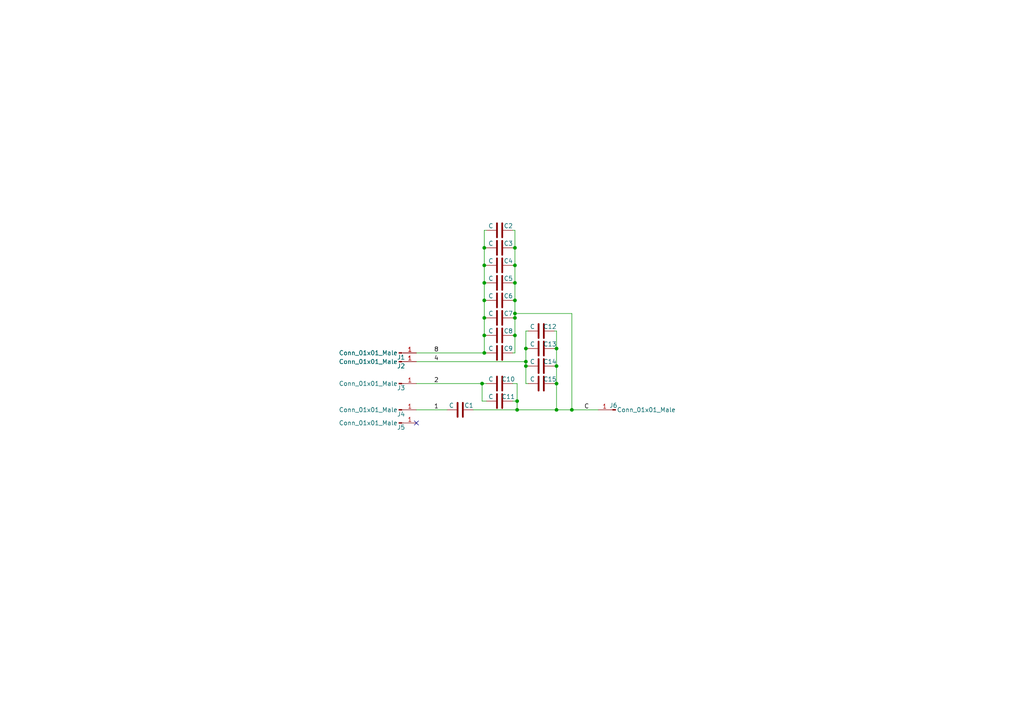
<source format=kicad_sch>
(kicad_sch (version 20230121) (generator eeschema)
  (paper "A4")
  (title_block (title "Capacitor Decadebox") (date "2023-03-10") (rev "1"))
  (lib_symbols
    (symbol "Connector:Conn_01x01_Male" (pin_names (offset 1.016) hide)
      (property "Reference" "J" (at 0 2.54 0))
      (property "Value" "Conn_01x01_Male" (at 0 -2.54 0))
      (symbol "Conn_01x01_Male_1_1"
        (polyline (pts (xy 1.27 0) (xy 0.8636 0)) (stroke (width 0.1524)))
        (rectangle (start 0.8636 0.127) (end 0 -0.127) (stroke (width 0.1524)) (fill (type outline)))
        (pin passive line (at 5.08 0 180) (length 3.81) (name "Pin_1") (number "1"))
      )
    )
    (symbol "Device:C" (pin_numbers hide) (pin_names (offset 0.254))
      (property "Reference" "C" (at 0.635 2.54 0))
      (property "Value" "C" (at 0.635 -2.54 0))
      (symbol "C_0_1"
        (polyline (pts (xy -2.032 -0.762) (xy 2.032 -0.762)) (stroke (width 0.508)))
        (polyline (pts (xy -2.032 0.762) (xy 2.032 0.762)) (stroke (width 0.508)))
      )
      (symbol "C_1_1"
        (pin passive line (at 0 3.81 270) (length 2.794) (name "~") (number "1"))
        (pin passive line (at 0 -3.81 90) (length 2.794) (name "~") (number "2"))
      )
    )
  )
  (junction (at 140.462 76.962))
  (junction (at 140.462 97.282))
  (junction (at 161.417 106.172))
  (junction (at 149.352 87.122))
  (junction (at 152.527 106.172))
  (junction (at 149.352 97.282))
  (junction (at 149.352 92.202))
  (junction (at 152.527 104.902))
  (junction (at 139.827 111.252))
  (junction (at 161.417 118.872))
  (junction (at 140.462 87.122))
  (junction (at 140.462 71.882))
  (junction (at 140.462 82.042))
  (junction (at 140.462 102.362))
  (junction (at 140.462 92.202))
  (junction (at 165.862 118.872))
  (junction (at 149.987 116.332))
  (junction (at 149.352 90.932))
  (junction (at 149.987 118.872))
  (junction (at 161.417 101.092))
  (junction (at 161.417 111.252))
  (junction (at 149.352 71.882))
  (junction (at 152.527 101.092))
  (junction (at 149.352 76.962))
  (junction (at 149.352 82.042))
  (no_connect (at 120.777 122.682))
  (wire (pts (xy 149.352 87.122) (xy 149.352 82.042)))
  (wire (pts (xy 152.527 96.012) (xy 152.527 101.092)))
  (wire (pts (xy 141.097 71.882) (xy 140.462 71.882)))
  (wire (pts (xy 161.417 106.172) (xy 161.417 111.252)))
  (wire (pts (xy 139.827 116.332) (xy 139.827 111.252)))
  (wire (pts (xy 140.462 66.802) (xy 140.462 71.882)))
  (wire (pts (xy 149.352 92.202) (xy 149.352 90.932)))
  (wire (pts (xy 148.717 97.282) (xy 149.352 97.282)))
  (wire (pts (xy 149.352 102.362) (xy 149.352 97.282)))
  (wire (pts (xy 148.717 87.122) (xy 149.352 87.122)))
  (wire (pts (xy 148.717 71.882) (xy 149.352 71.882)))
  (wire (pts (xy 140.462 97.282) (xy 140.462 102.362)))
  (wire (pts (xy 139.827 116.332) (xy 141.097 116.332)))
  (wire (pts (xy 149.352 76.962) (xy 149.352 71.882)))
  (wire (pts (xy 141.097 97.282) (xy 140.462 97.282)))
  (wire (pts (xy 148.717 116.332) (xy 149.987 116.332)))
  (wire (pts (xy 137.287 118.872) (xy 149.987 118.872)))
  (wire (pts (xy 161.417 118.872) (xy 165.862 118.872)))
  (wire (pts (xy 148.717 82.042) (xy 149.352 82.042)))
  (wire (pts (xy 149.352 66.802) (xy 148.717 66.802)))
  (wire (pts (xy 152.527 101.092) (xy 152.527 104.902)))
  (wire (pts (xy 140.462 87.122) (xy 140.462 92.202)))
  (wire (pts (xy 165.862 118.872) (xy 165.862 90.932)))
  (wire (pts (xy 140.462 92.202) (xy 140.462 97.282)))
  (wire (pts (xy 160.782 106.172) (xy 161.417 106.172)))
  (wire (pts (xy 149.352 90.932) (xy 149.352 87.122)))
  (wire (pts (xy 120.777 111.252) (xy 139.827 111.252)))
  (wire (pts (xy 140.462 76.962) (xy 140.462 82.042)))
  (wire (pts (xy 153.162 96.012) (xy 152.527 96.012)))
  (wire (pts (xy 149.352 97.282) (xy 149.352 92.202)))
  (wire (pts (xy 141.097 66.802) (xy 140.462 66.802)))
  (wire (pts (xy 149.987 118.872) (xy 161.417 118.872)))
  (wire (pts (xy 149.987 116.332) (xy 149.987 118.872)))
  (wire (pts (xy 141.097 76.962) (xy 140.462 76.962)))
  (wire (pts (xy 152.527 106.172) (xy 152.527 111.252)))
  (wire (pts (xy 148.717 102.362) (xy 149.352 102.362)))
  (wire (pts (xy 141.097 82.042) (xy 140.462 82.042)))
  (wire (pts (xy 152.527 104.902) (xy 152.527 106.172)))
  (wire (pts (xy 161.417 101.092) (xy 161.417 106.172)))
  (wire (pts (xy 148.717 111.252) (xy 149.987 111.252)))
  (wire (pts (xy 148.717 92.202) (xy 149.352 92.202)))
  (wire (pts (xy 140.462 102.362) (xy 141.097 102.362)))
  (wire (pts (xy 160.782 96.012) (xy 161.417 96.012)))
  (wire (pts (xy 148.717 76.962) (xy 149.352 76.962)))
  (wire (pts (xy 161.417 111.252) (xy 161.417 118.872)))
  (wire (pts (xy 149.352 82.042) (xy 149.352 76.962)))
  (wire (pts (xy 141.097 87.122) (xy 140.462 87.122)))
  (wire (pts (xy 160.782 111.252) (xy 161.417 111.252)))
  (wire (pts (xy 152.527 101.092) (xy 153.162 101.092)))
  (wire (pts (xy 165.862 90.932) (xy 149.352 90.932)))
  (wire (pts (xy 140.462 82.042) (xy 140.462 87.122)))
  (wire (pts (xy 140.462 71.882) (xy 140.462 76.962)))
  (wire (pts (xy 120.777 104.902) (xy 152.527 104.902)))
  (wire (pts (xy 165.862 118.872) (xy 173.482 118.872)))
  (wire (pts (xy 160.782 101.092) (xy 161.417 101.092)))
  (wire (pts (xy 152.527 111.252) (xy 153.162 111.252)))
  (wire (pts (xy 120.777 102.362) (xy 140.462 102.362)))
  (wire (pts (xy 149.352 71.882) (xy 149.352 66.802)))
  (wire (pts (xy 120.777 118.872) (xy 129.667 118.872)))
  (wire (pts (xy 141.097 92.202) (xy 140.462 92.202)))
  (wire (pts (xy 161.417 96.012) (xy 161.417 101.092)))
  (wire (pts (xy 152.527 106.172) (xy 153.162 106.172)))
  (wire (pts (xy 141.097 111.252) (xy 139.827 111.252)))
  (wire (pts (xy 149.987 111.252) (xy 149.987 116.332)))
  (label "2" (at 125.857 111.252 0))
  (label "8" (at 125.857 102.362 0))
  (label "1" (at 125.857 118.872 0))
  (label "4" (at 125.857 104.902 0))
  (label "C" (at 169.418 118.872 0))
  (symbol (lib_id "Device:C") (at 156.972 111.252 90) (unit 1)
    (property "Reference" "C15" (at 159.512 109.982 90))
    (property "Value" "C" (at 154.432 109.982 90))
  )
  (symbol (lib_id "Device:C") (at 156.972 96.012 90) (unit 1)
    (property "Reference" "C12" (at 159.512 94.742 90))
    (property "Value" "C" (at 154.432 94.742 90))
  )
  (symbol (lib_id "Device:C") (at 144.907 102.362 90) (unit 1)
    (property "Reference" "C9" (at 147.447 101.092 90))
    (property "Value" "C" (at 142.367 101.092 90))
  )
  (symbol (lib_id "Device:C") (at 144.907 111.252 90) (unit 1)
    (property "Reference" "C10" (at 147.447 109.982 90))
    (property "Value" "C" (at 142.367 109.982 90))
  )
  (symbol (lib_id "Connector:Conn_01x01_Male") (at 178.562 118.872 180) (unit 1)
    (property "Reference" "J6" (at 177.927 117.602 0))
    (property "Value" "Conn_01x01_Male" (at 187.452 118.872 0))
    (property "Footprint" "Connector_PinHeader_2.54mm:PinHeader_1x01_P2.54mm_Vertical" (effects hide))
  )
  (symbol (lib_id "Connector:Conn_01x01_Male") (at 115.697 102.362 0) (unit 1)
    (property "Reference" "J1" (at 116.332 103.632 0))
    (property "Value" "Conn_01x01_Male" (at 106.807 102.362 0))
    (property "Footprint" "Connector_PinHeader_2.54mm:PinHeader_1x01_P2.54mm_Vertical" (effects hide))
  )
  (symbol (lib_id "Device:C") (at 144.907 87.122 90) (unit 1)
    (property "Reference" "C6" (at 147.447 85.852 90))
    (property "Value" "C" (at 142.367 85.852 90))
  )
  (symbol (lib_id "Connector:Conn_01x01_Male") (at 115.697 104.902 0) (unit 1)
    (property "Reference" "J2" (at 116.332 106.172 0))
    (property "Value" "Conn_01x01_Male" (at 106.807 104.902 0))
    (property "Footprint" "Connector_PinHeader_2.54mm:PinHeader_1x01_P2.54mm_Vertical" (effects hide))
  )
  (symbol (lib_id "Connector:Conn_01x01_Male") (at 115.697 111.252 0) (unit 1)
    (property "Reference" "J3" (at 116.332 112.522 0))
    (property "Value" "Conn_01x01_Male" (at 106.807 111.252 0))
    (property "Footprint" "Connector_PinHeader_2.54mm:PinHeader_1x01_P2.54mm_Vertical" (effects hide))
  )
  (symbol (lib_id "Device:C") (at 144.907 71.882 90) (unit 1)
    (property "Reference" "C3" (at 147.447 70.612 90))
    (property "Value" "C" (at 142.367 70.612 90))
  )
  (symbol (lib_id "Device:C") (at 156.972 106.172 90) (unit 1)
    (property "Reference" "C14" (at 159.512 104.902 90))
    (property "Value" "C" (at 154.432 104.902 90))
  )
  (symbol (lib_id "Device:C") (at 144.907 82.042 90) (unit 1)
    (property "Reference" "C5" (at 147.447 80.772 90))
    (property "Value" "C" (at 142.367 80.772 90))
    (property "Footprint" "Capacitor_SMD:C_0201_0603Metric_Pad0.64x0.40mm_HandSolder" (effects hide))
  )
  (symbol (lib_id "Device:C") (at 144.907 76.962 90) (unit 1)
    (property "Reference" "C4" (at 147.447 75.692 90))
    (property "Value" "C" (at 142.367 75.692 90))
  )
  (symbol (lib_id "Connector:Conn_01x01_Male") (at 115.697 122.682 0) (unit 1)
    (property "Reference" "J5" (at 116.332 123.952 0))
    (property "Value" "Conn_01x01_Male" (at 106.807 122.682 0))
    (property "Footprint" "Connector_PinHeader_2.54mm:PinHeader_1x01_P2.54mm_Vertical" (effects hide))
  )
  (symbol (lib_id "Device:C") (at 144.907 92.202 90) (unit 1)
    (property "Reference" "C7" (at 147.447 90.932 90))
    (property "Value" "C" (at 142.367 90.932 90))
  )
  (symbol (lib_id "Device:C") (at 144.907 116.332 90) (unit 1)
    (property "Reference" "C11" (at 147.447 115.062 90))
    (property "Value" "C" (at 142.367 115.062 90))
  )
  (symbol (lib_id "Device:C") (at 144.907 66.802 90) (unit 1)
    (property "Reference" "C2" (at 147.447 65.532 90))
    (property "Value" "C" (at 142.367 65.532 90))
  )
  (symbol (lib_id "Device:C") (at 133.477 118.872 90) (unit 1)
    (property "Reference" "C1" (at 136.017 117.602 90))
    (property "Value" "C" (at 130.937 117.602 90))
  )
  (symbol (lib_id "Connector:Conn_01x01_Male") (at 115.697 118.872 0) (unit 1)
    (property "Reference" "J4" (at 116.332 120.142 0))
    (property "Value" "Conn_01x01_Male" (at 106.807 118.872 0))
    (property "Footprint" "Connector_PinHeader_2.54mm:PinHeader_1x01_P2.54mm_Vertical" (effects hide))
  )
  (symbol (lib_id "Device:C") (at 156.972 101.092 90) (unit 1)
    (property "Reference" "C13" (at 159.512 99.822 90))
    (property "Value" "C" (at 154.432 99.822 90))
  )
  (symbol (lib_id "Device:C") (at 144.907 97.282 90) (unit 1)
    (property "Reference" "C8" (at 147.447 96.012 90))
    (property "Value" "C" (at 142.367 96.012 90))
  )
)
</source>
